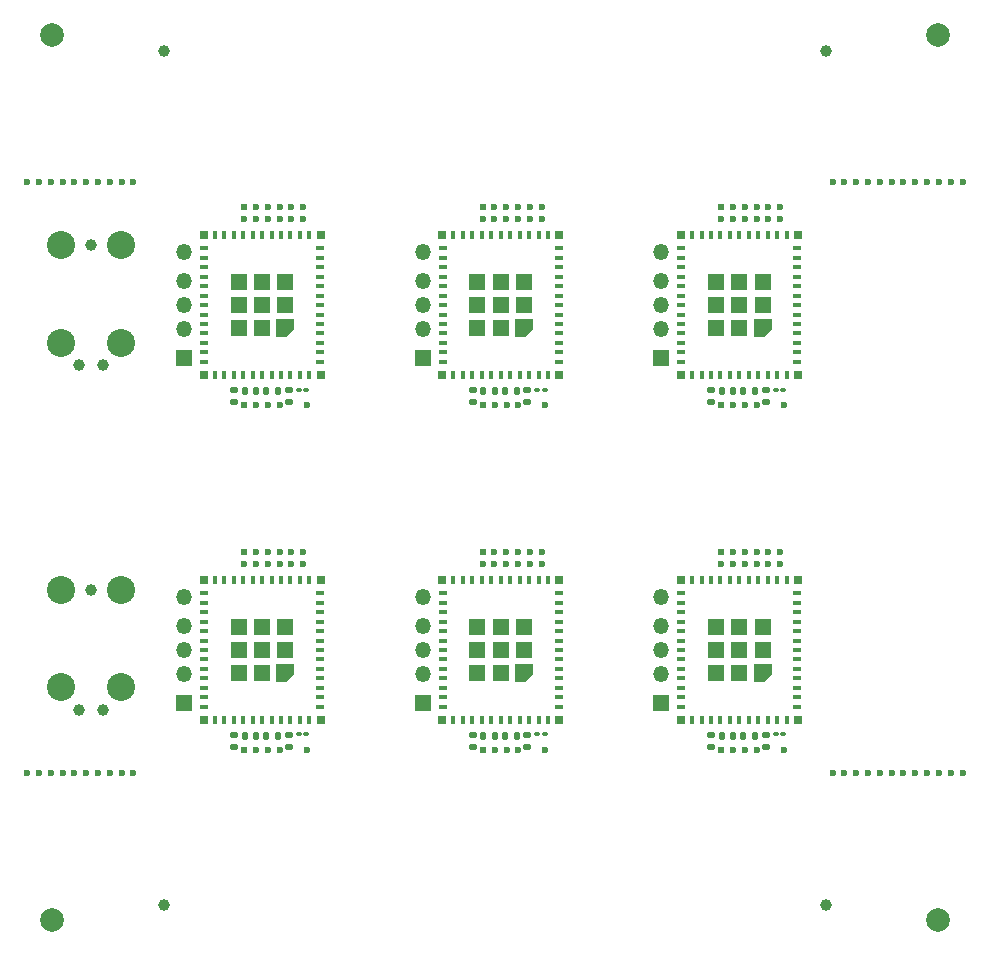
<source format=gbs>
G04 #@! TF.GenerationSoftware,KiCad,Pcbnew,9.0.0-9.0.0-2~ubuntu24.04.1*
G04 #@! TF.CreationDate,2025-03-16T16:10:10-04:00*
G04 #@! TF.ProjectId,panel9,70616e65-6c39-42e6-9b69-6361645f7063,rev?*
G04 #@! TF.SameCoordinates,Original*
G04 #@! TF.FileFunction,Soldermask,Bot*
G04 #@! TF.FilePolarity,Negative*
%FSLAX46Y46*%
G04 Gerber Fmt 4.6, Leading zero omitted, Abs format (unit mm)*
G04 Created by KiCad (PCBNEW 9.0.0-9.0.0-2~ubuntu24.04.1) date 2025-03-16 16:10:10*
%MOMM*%
%LPD*%
G01*
G04 APERTURE LIST*
G04 Aperture macros list*
%AMRoundRect*
0 Rectangle with rounded corners*
0 $1 Rounding radius*
0 $2 $3 $4 $5 $6 $7 $8 $9 X,Y pos of 4 corners*
0 Add a 4 corners polygon primitive as box body*
4,1,4,$2,$3,$4,$5,$6,$7,$8,$9,$2,$3,0*
0 Add four circle primitives for the rounded corners*
1,1,$1+$1,$2,$3*
1,1,$1+$1,$4,$5*
1,1,$1+$1,$6,$7*
1,1,$1+$1,$8,$9*
0 Add four rect primitives between the rounded corners*
20,1,$1+$1,$2,$3,$4,$5,0*
20,1,$1+$1,$4,$5,$6,$7,0*
20,1,$1+$1,$6,$7,$8,$9,0*
20,1,$1+$1,$8,$9,$2,$3,0*%
%AMFreePoly0*
4,1,6,0.725000,-0.725000,-0.125000,-0.725000,-0.725000,-0.125000,-0.725000,0.725000,0.725000,0.725000,0.725000,-0.725000,0.725000,-0.725000,$1*%
G04 Aperture macros list end*
%ADD10C,0.600000*%
%ADD11C,2.000000*%
%ADD12R,0.600000X0.600000*%
%ADD13O,0.600000X0.600000*%
%ADD14R,1.350000X1.350000*%
%ADD15O,1.350000X1.350000*%
%ADD16C,2.374900*%
%ADD17C,0.990600*%
%ADD18RoundRect,0.100000X-0.130000X-0.100000X0.130000X-0.100000X0.130000X0.100000X-0.130000X0.100000X0*%
%ADD19R,0.400000X0.800000*%
%ADD20R,0.800000X0.400000*%
%ADD21R,1.450000X1.450000*%
%ADD22FreePoly0,90.000000*%
%ADD23R,0.700000X0.700000*%
%ADD24RoundRect,0.135000X-0.185000X0.135000X-0.185000X-0.135000X0.185000X-0.135000X0.185000X0.135000X0*%
%ADD25RoundRect,0.135000X-0.135000X-0.185000X0.135000X-0.185000X0.135000X0.185000X-0.135000X0.185000X0*%
%ADD26C,1.000000*%
%ADD27RoundRect,0.140000X-0.170000X0.140000X-0.170000X-0.140000X0.170000X-0.140000X0.170000X0.140000X0*%
%ADD28RoundRect,0.140000X-0.140000X-0.170000X0.140000X-0.170000X0.140000X0.170000X-0.140000X0.170000X0*%
G04 APERTURE END LIST*
D10*
G04 #@! TO.C,*
X76600000Y-15000000D03*
G04 #@! TD*
D11*
G04 #@! TO.C,KiKit_TO_1*
X2500000Y-2500000D03*
G04 #@! TD*
D10*
G04 #@! TO.C,REF\u002A\u002A*
X79600000Y-15000000D03*
G04 #@! TD*
G04 #@! TO.C,*
X75600000Y-15000000D03*
G04 #@! TD*
G04 #@! TO.C,*
X72600000Y-15000000D03*
G04 #@! TD*
D11*
G04 #@! TO.C,KiKit_TO_3*
X2500000Y-77500000D03*
G04 #@! TD*
D12*
G04 #@! TO.C,J3*
X18790000Y-33900000D03*
D13*
X19790000Y-33900000D03*
X20790000Y-33900000D03*
X21790000Y-33900000D03*
G04 #@! TD*
D14*
G04 #@! TO.C,J1*
X54100000Y-29900000D03*
D15*
X54100000Y-27400000D03*
X54100000Y-25400000D03*
X54100000Y-23400000D03*
X54100000Y-20900000D03*
G04 #@! TD*
D12*
G04 #@! TO.C,J3*
X38990000Y-33900000D03*
D13*
X39990000Y-33900000D03*
X40990000Y-33900000D03*
X41990000Y-33900000D03*
G04 #@! TD*
D10*
G04 #@! TO.C,J4*
X24070000Y-33900000D03*
G04 #@! TD*
G04 #@! TO.C,*
X70600000Y-65000000D03*
G04 #@! TD*
G04 #@! TO.C,*
X8400000Y-15000000D03*
G04 #@! TD*
G04 #@! TO.C,*
X74600000Y-15000000D03*
G04 #@! TD*
D14*
G04 #@! TO.C,J1*
X54100000Y-59100000D03*
D15*
X54100000Y-56600000D03*
X54100000Y-54600000D03*
X54100000Y-52600000D03*
X54100000Y-50100000D03*
G04 #@! TD*
D10*
G04 #@! TO.C,*
X3400000Y-65000000D03*
G04 #@! TD*
G04 #@! TO.C,*
X3400000Y-15000000D03*
G04 #@! TD*
D14*
G04 #@! TO.C,J1*
X33900000Y-59100000D03*
D15*
X33900000Y-56600000D03*
X33900000Y-54600000D03*
X33900000Y-52600000D03*
X33900000Y-50100000D03*
G04 #@! TD*
D14*
G04 #@! TO.C,J1*
X13700000Y-29900000D03*
D15*
X13700000Y-27400000D03*
X13700000Y-25400000D03*
X13700000Y-23400000D03*
X13700000Y-20900000D03*
G04 #@! TD*
D14*
G04 #@! TO.C,J1*
X33900000Y-29900000D03*
D15*
X33900000Y-27400000D03*
X33900000Y-25400000D03*
X33900000Y-23400000D03*
X33900000Y-20900000D03*
G04 #@! TD*
D12*
G04 #@! TO.C,J3*
X38990000Y-63100000D03*
D13*
X39990000Y-63100000D03*
X40990000Y-63100000D03*
X41990000Y-63100000D03*
G04 #@! TD*
D10*
G04 #@! TO.C,J4*
X44270000Y-33900000D03*
G04 #@! TD*
G04 #@! TO.C,J4*
X44270000Y-63100000D03*
G04 #@! TD*
G04 #@! TO.C,*
X78600000Y-15000000D03*
G04 #@! TD*
G04 #@! TO.C,*
X69600000Y-65000000D03*
G04 #@! TD*
G04 #@! TO.C,*
X7400000Y-65000000D03*
G04 #@! TD*
D16*
G04 #@! TO.C,REF\u002A\u002A*
X8390000Y-20320000D03*
D17*
X5850000Y-20320000D03*
D16*
X3310000Y-20320000D03*
X8390000Y-28575000D03*
X3310000Y-28575000D03*
D17*
X6866000Y-30480000D03*
X4834000Y-30480000D03*
G04 #@! TD*
D10*
G04 #@! TO.C,*
X4400000Y-65000000D03*
G04 #@! TD*
G04 #@! TO.C,*
X77600000Y-65000000D03*
G04 #@! TD*
G04 #@! TO.C,*
X7400000Y-15000000D03*
G04 #@! TD*
D12*
G04 #@! TO.C,J3*
X59190000Y-63100000D03*
D13*
X60190000Y-63100000D03*
X61190000Y-63100000D03*
X62190000Y-63100000D03*
G04 #@! TD*
D10*
G04 #@! TO.C,*
X400000Y-15000000D03*
G04 #@! TD*
G04 #@! TO.C,*
X2400000Y-65000000D03*
G04 #@! TD*
G04 #@! TO.C,*
X2400000Y-15000000D03*
G04 #@! TD*
G04 #@! TO.C,*
X5400000Y-15000000D03*
G04 #@! TD*
G04 #@! TO.C,*
X5400000Y-65000000D03*
G04 #@! TD*
D16*
G04 #@! TO.C,REF\u002A\u002A*
X8390000Y-49520000D03*
D17*
X5850000Y-49520000D03*
D16*
X3310000Y-49520000D03*
X8390000Y-57775000D03*
X3310000Y-57775000D03*
D17*
X6866000Y-59680000D03*
X4834000Y-59680000D03*
G04 #@! TD*
D10*
G04 #@! TO.C,*
X6400000Y-65000000D03*
G04 #@! TD*
G04 #@! TO.C,*
X68600000Y-65000000D03*
G04 #@! TD*
G04 #@! TO.C,*
X68600000Y-15000000D03*
G04 #@! TD*
G04 #@! TO.C,J4*
X24070000Y-63100000D03*
G04 #@! TD*
G04 #@! TO.C,J4*
X64470000Y-63100000D03*
G04 #@! TD*
G04 #@! TO.C,*
X6400000Y-15000000D03*
G04 #@! TD*
D12*
G04 #@! TO.C,J3*
X18790000Y-63100000D03*
D13*
X19790000Y-63100000D03*
X20790000Y-63100000D03*
X21790000Y-63100000D03*
G04 #@! TD*
D10*
G04 #@! TO.C,*
X8400000Y-65000000D03*
G04 #@! TD*
G04 #@! TO.C,*
X69600000Y-15000000D03*
G04 #@! TD*
G04 #@! TO.C,*
X76600000Y-65000000D03*
G04 #@! TD*
G04 #@! TO.C,*
X9400000Y-15000000D03*
G04 #@! TD*
G04 #@! TO.C,*
X1400000Y-65000000D03*
G04 #@! TD*
G04 #@! TO.C,*
X78600000Y-65000000D03*
G04 #@! TD*
G04 #@! TO.C,*
X73600000Y-15000000D03*
G04 #@! TD*
G04 #@! TO.C,*
X400000Y-65000000D03*
G04 #@! TD*
G04 #@! TO.C,*
X71600000Y-15000000D03*
G04 #@! TD*
G04 #@! TO.C,*
X70600000Y-15000000D03*
G04 #@! TD*
G04 #@! TO.C,J4*
X64470000Y-33900000D03*
G04 #@! TD*
D11*
G04 #@! TO.C,KiKit_TO_4*
X77500000Y-77500000D03*
G04 #@! TD*
D12*
G04 #@! TO.C,J3*
X59190000Y-33900000D03*
D13*
X60190000Y-33900000D03*
X61190000Y-33900000D03*
X62190000Y-33900000D03*
G04 #@! TD*
D10*
G04 #@! TO.C,*
X4400000Y-15000000D03*
G04 #@! TD*
G04 #@! TO.C,*
X74600000Y-65000000D03*
G04 #@! TD*
G04 #@! TO.C,*
X9400000Y-65000000D03*
G04 #@! TD*
D11*
G04 #@! TO.C,KiKit_TO_2*
X77500000Y-2500000D03*
G04 #@! TD*
D10*
G04 #@! TO.C,*
X1400000Y-15000000D03*
G04 #@! TD*
D14*
G04 #@! TO.C,J1*
X13700000Y-59100000D03*
D15*
X13700000Y-56600000D03*
X13700000Y-54600000D03*
X13700000Y-52600000D03*
X13700000Y-50100000D03*
G04 #@! TD*
D10*
G04 #@! TO.C,*
X77600000Y-15000000D03*
G04 #@! TD*
G04 #@! TO.C,*
X75600000Y-65000000D03*
G04 #@! TD*
G04 #@! TO.C,*
X71600000Y-65000000D03*
G04 #@! TD*
G04 #@! TO.C,*
X73600000Y-65000000D03*
G04 #@! TD*
G04 #@! TO.C,REF\u002A\u002A*
X79600000Y-65000000D03*
G04 #@! TD*
G04 #@! TO.C,*
X72600000Y-65000000D03*
G04 #@! TD*
D18*
G04 #@! TO.C,C13*
X43580000Y-32550000D03*
X44220000Y-32550000D03*
G04 #@! TD*
D19*
G04 #@! TO.C,U3*
X24300000Y-31300000D03*
X23500000Y-31300000D03*
X22700000Y-31300000D03*
X21900000Y-31300000D03*
X21100000Y-31300000D03*
X20300000Y-31300000D03*
X19500000Y-31300000D03*
X18700000Y-31300000D03*
X17900000Y-31300000D03*
X17100000Y-31300000D03*
X16300000Y-31300000D03*
D20*
X15400000Y-30200000D03*
X15400000Y-29400000D03*
X15400000Y-28600000D03*
X15400000Y-27800000D03*
X15400000Y-27000000D03*
X15400000Y-26200000D03*
X15400000Y-25400000D03*
X15400000Y-24600000D03*
X15400000Y-23800000D03*
X15400000Y-23000000D03*
X15400000Y-22200000D03*
X15400000Y-21400000D03*
X15400000Y-20600000D03*
D19*
X16300000Y-19500000D03*
X17100000Y-19500000D03*
X17900000Y-19500000D03*
X18700000Y-19500000D03*
X19500000Y-19500000D03*
X20300000Y-19500000D03*
X21100000Y-19500000D03*
X21900000Y-19500000D03*
X22700000Y-19500000D03*
X23500000Y-19500000D03*
X24300000Y-19500000D03*
D20*
X25200000Y-20600000D03*
X25200000Y-21400000D03*
X25200000Y-22200000D03*
X25200000Y-23000000D03*
X25200000Y-23800000D03*
X25200000Y-24600000D03*
X25200000Y-25400000D03*
X25200000Y-26200000D03*
X25200000Y-27000000D03*
X25200000Y-27800000D03*
X25200000Y-28600000D03*
X25200000Y-29400000D03*
X25200000Y-30200000D03*
D21*
X18325000Y-27375000D03*
X20300000Y-27375000D03*
D22*
X22275000Y-27375000D03*
D21*
X18325000Y-25400000D03*
X20300000Y-25400000D03*
X22275000Y-25400000D03*
X18325000Y-23425000D03*
X20300000Y-23425000D03*
X22275000Y-23425000D03*
D23*
X25250000Y-19450000D03*
X15350000Y-19450000D03*
X15350000Y-31350000D03*
X25250000Y-31350000D03*
G04 #@! TD*
D19*
G04 #@! TO.C,U3*
X64700000Y-31300000D03*
X63900000Y-31300000D03*
X63100000Y-31300000D03*
X62300000Y-31300000D03*
X61500000Y-31300000D03*
X60700000Y-31300000D03*
X59900000Y-31300000D03*
X59100000Y-31300000D03*
X58300000Y-31300000D03*
X57500000Y-31300000D03*
X56700000Y-31300000D03*
D20*
X55800000Y-30200000D03*
X55800000Y-29400000D03*
X55800000Y-28600000D03*
X55800000Y-27800000D03*
X55800000Y-27000000D03*
X55800000Y-26200000D03*
X55800000Y-25400000D03*
X55800000Y-24600000D03*
X55800000Y-23800000D03*
X55800000Y-23000000D03*
X55800000Y-22200000D03*
X55800000Y-21400000D03*
X55800000Y-20600000D03*
D19*
X56700000Y-19500000D03*
X57500000Y-19500000D03*
X58300000Y-19500000D03*
X59100000Y-19500000D03*
X59900000Y-19500000D03*
X60700000Y-19500000D03*
X61500000Y-19500000D03*
X62300000Y-19500000D03*
X63100000Y-19500000D03*
X63900000Y-19500000D03*
X64700000Y-19500000D03*
D20*
X65600000Y-20600000D03*
X65600000Y-21400000D03*
X65600000Y-22200000D03*
X65600000Y-23000000D03*
X65600000Y-23800000D03*
X65600000Y-24600000D03*
X65600000Y-25400000D03*
X65600000Y-26200000D03*
X65600000Y-27000000D03*
X65600000Y-27800000D03*
X65600000Y-28600000D03*
X65600000Y-29400000D03*
X65600000Y-30200000D03*
D21*
X58725000Y-27375000D03*
X60700000Y-27375000D03*
D22*
X62675000Y-27375000D03*
D21*
X58725000Y-25400000D03*
X60700000Y-25400000D03*
X62675000Y-25400000D03*
X58725000Y-23425000D03*
X60700000Y-23425000D03*
X62675000Y-23425000D03*
D23*
X65650000Y-19450000D03*
X55750000Y-19450000D03*
X55750000Y-31350000D03*
X65650000Y-31350000D03*
G04 #@! TD*
D18*
G04 #@! TO.C,C13*
X23380000Y-32550000D03*
X24020000Y-32550000D03*
G04 #@! TD*
D24*
G04 #@! TO.C,R6*
X38130000Y-61820000D03*
X38130000Y-62840000D03*
G04 #@! TD*
D25*
G04 #@! TO.C,R10*
X61040000Y-32670000D03*
X62060000Y-32670000D03*
G04 #@! TD*
G04 #@! TO.C,R10*
X20640000Y-61870000D03*
X21660000Y-61870000D03*
G04 #@! TD*
D24*
G04 #@! TO.C,R6*
X17930000Y-32620000D03*
X17930000Y-33640000D03*
G04 #@! TD*
D26*
G04 #@! TO.C,KiKit_FID_B_4*
X68000000Y-76150000D03*
G04 #@! TD*
D24*
G04 #@! TO.C,R6*
X17930000Y-61820000D03*
X17930000Y-62840000D03*
G04 #@! TD*
D26*
G04 #@! TO.C,KiKit_FID_B_3*
X12000000Y-76150000D03*
G04 #@! TD*
D27*
G04 #@! TO.C,C14*
X22540000Y-32630000D03*
X22540000Y-33590000D03*
G04 #@! TD*
D12*
G04 #@! TO.C,J2*
X18770000Y-17130000D03*
D13*
X18770000Y-18130000D03*
X19770000Y-17130000D03*
X19770000Y-18130000D03*
X20770000Y-17130000D03*
X20770000Y-18130000D03*
X21770000Y-17130000D03*
X21770000Y-18130000D03*
X22770000Y-17130000D03*
X22770000Y-18130000D03*
X23770000Y-17130000D03*
X23770000Y-18130000D03*
G04 #@! TD*
D19*
G04 #@! TO.C,U3*
X44500000Y-60500000D03*
X43700000Y-60500000D03*
X42900000Y-60500000D03*
X42100000Y-60500000D03*
X41300000Y-60500000D03*
X40500000Y-60500000D03*
X39700000Y-60500000D03*
X38900000Y-60500000D03*
X38100000Y-60500000D03*
X37300000Y-60500000D03*
X36500000Y-60500000D03*
D20*
X35600000Y-59400000D03*
X35600000Y-58600000D03*
X35600000Y-57800000D03*
X35600000Y-57000000D03*
X35600000Y-56200000D03*
X35600000Y-55400000D03*
X35600000Y-54600000D03*
X35600000Y-53800000D03*
X35600000Y-53000000D03*
X35600000Y-52200000D03*
X35600000Y-51400000D03*
X35600000Y-50600000D03*
X35600000Y-49800000D03*
D19*
X36500000Y-48700000D03*
X37300000Y-48700000D03*
X38100000Y-48700000D03*
X38900000Y-48700000D03*
X39700000Y-48700000D03*
X40500000Y-48700000D03*
X41300000Y-48700000D03*
X42100000Y-48700000D03*
X42900000Y-48700000D03*
X43700000Y-48700000D03*
X44500000Y-48700000D03*
D20*
X45400000Y-49800000D03*
X45400000Y-50600000D03*
X45400000Y-51400000D03*
X45400000Y-52200000D03*
X45400000Y-53000000D03*
X45400000Y-53800000D03*
X45400000Y-54600000D03*
X45400000Y-55400000D03*
X45400000Y-56200000D03*
X45400000Y-57000000D03*
X45400000Y-57800000D03*
X45400000Y-58600000D03*
X45400000Y-59400000D03*
D21*
X38525000Y-56575000D03*
X40500000Y-56575000D03*
D22*
X42475000Y-56575000D03*
D21*
X38525000Y-54600000D03*
X40500000Y-54600000D03*
X42475000Y-54600000D03*
X38525000Y-52625000D03*
X40500000Y-52625000D03*
X42475000Y-52625000D03*
D23*
X45450000Y-48650000D03*
X35550000Y-48650000D03*
X35550000Y-60550000D03*
X45450000Y-60550000D03*
G04 #@! TD*
D18*
G04 #@! TO.C,C13*
X63780000Y-61750000D03*
X64420000Y-61750000D03*
G04 #@! TD*
D19*
G04 #@! TO.C,U3*
X64700000Y-60500000D03*
X63900000Y-60500000D03*
X63100000Y-60500000D03*
X62300000Y-60500000D03*
X61500000Y-60500000D03*
X60700000Y-60500000D03*
X59900000Y-60500000D03*
X59100000Y-60500000D03*
X58300000Y-60500000D03*
X57500000Y-60500000D03*
X56700000Y-60500000D03*
D20*
X55800000Y-59400000D03*
X55800000Y-58600000D03*
X55800000Y-57800000D03*
X55800000Y-57000000D03*
X55800000Y-56200000D03*
X55800000Y-55400000D03*
X55800000Y-54600000D03*
X55800000Y-53800000D03*
X55800000Y-53000000D03*
X55800000Y-52200000D03*
X55800000Y-51400000D03*
X55800000Y-50600000D03*
X55800000Y-49800000D03*
D19*
X56700000Y-48700000D03*
X57500000Y-48700000D03*
X58300000Y-48700000D03*
X59100000Y-48700000D03*
X59900000Y-48700000D03*
X60700000Y-48700000D03*
X61500000Y-48700000D03*
X62300000Y-48700000D03*
X63100000Y-48700000D03*
X63900000Y-48700000D03*
X64700000Y-48700000D03*
D20*
X65600000Y-49800000D03*
X65600000Y-50600000D03*
X65600000Y-51400000D03*
X65600000Y-52200000D03*
X65600000Y-53000000D03*
X65600000Y-53800000D03*
X65600000Y-54600000D03*
X65600000Y-55400000D03*
X65600000Y-56200000D03*
X65600000Y-57000000D03*
X65600000Y-57800000D03*
X65600000Y-58600000D03*
X65600000Y-59400000D03*
D21*
X58725000Y-56575000D03*
X60700000Y-56575000D03*
D22*
X62675000Y-56575000D03*
D21*
X58725000Y-54600000D03*
X60700000Y-54600000D03*
X62675000Y-54600000D03*
X58725000Y-52625000D03*
X60700000Y-52625000D03*
X62675000Y-52625000D03*
D23*
X65650000Y-48650000D03*
X55750000Y-48650000D03*
X55750000Y-60550000D03*
X65650000Y-60550000D03*
G04 #@! TD*
D24*
G04 #@! TO.C,R6*
X38130000Y-32620000D03*
X38130000Y-33640000D03*
G04 #@! TD*
D27*
G04 #@! TO.C,C14*
X22540000Y-61830000D03*
X22540000Y-62790000D03*
G04 #@! TD*
D24*
G04 #@! TO.C,R6*
X58330000Y-32620000D03*
X58330000Y-33640000D03*
G04 #@! TD*
D12*
G04 #@! TO.C,J2*
X38970000Y-17130000D03*
D13*
X38970000Y-18130000D03*
X39970000Y-17130000D03*
X39970000Y-18130000D03*
X40970000Y-17130000D03*
X40970000Y-18130000D03*
X41970000Y-17130000D03*
X41970000Y-18130000D03*
X42970000Y-17130000D03*
X42970000Y-18130000D03*
X43970000Y-17130000D03*
X43970000Y-18130000D03*
G04 #@! TD*
D18*
G04 #@! TO.C,C13*
X63780000Y-32550000D03*
X64420000Y-32550000D03*
G04 #@! TD*
D28*
G04 #@! TO.C,C5*
X39030000Y-32680000D03*
X39990000Y-32680000D03*
G04 #@! TD*
D12*
G04 #@! TO.C,J2*
X38970000Y-46330000D03*
D13*
X38970000Y-47330000D03*
X39970000Y-46330000D03*
X39970000Y-47330000D03*
X40970000Y-46330000D03*
X40970000Y-47330000D03*
X41970000Y-46330000D03*
X41970000Y-47330000D03*
X42970000Y-46330000D03*
X42970000Y-47330000D03*
X43970000Y-46330000D03*
X43970000Y-47330000D03*
G04 #@! TD*
D25*
G04 #@! TO.C,R10*
X40840000Y-61870000D03*
X41860000Y-61870000D03*
G04 #@! TD*
D27*
G04 #@! TO.C,C14*
X42740000Y-61830000D03*
X42740000Y-62790000D03*
G04 #@! TD*
D18*
G04 #@! TO.C,C13*
X43580000Y-61750000D03*
X44220000Y-61750000D03*
G04 #@! TD*
D12*
G04 #@! TO.C,J2*
X18770000Y-46330000D03*
D13*
X18770000Y-47330000D03*
X19770000Y-46330000D03*
X19770000Y-47330000D03*
X20770000Y-46330000D03*
X20770000Y-47330000D03*
X21770000Y-46330000D03*
X21770000Y-47330000D03*
X22770000Y-46330000D03*
X22770000Y-47330000D03*
X23770000Y-46330000D03*
X23770000Y-47330000D03*
G04 #@! TD*
D25*
G04 #@! TO.C,R10*
X40840000Y-32670000D03*
X41860000Y-32670000D03*
G04 #@! TD*
D24*
G04 #@! TO.C,R6*
X58330000Y-61820000D03*
X58330000Y-62840000D03*
G04 #@! TD*
D27*
G04 #@! TO.C,C14*
X62940000Y-61830000D03*
X62940000Y-62790000D03*
G04 #@! TD*
D12*
G04 #@! TO.C,J2*
X59170000Y-17130000D03*
D13*
X59170000Y-18130000D03*
X60170000Y-17130000D03*
X60170000Y-18130000D03*
X61170000Y-17130000D03*
X61170000Y-18130000D03*
X62170000Y-17130000D03*
X62170000Y-18130000D03*
X63170000Y-17130000D03*
X63170000Y-18130000D03*
X64170000Y-17130000D03*
X64170000Y-18130000D03*
G04 #@! TD*
D19*
G04 #@! TO.C,U3*
X24300000Y-60500000D03*
X23500000Y-60500000D03*
X22700000Y-60500000D03*
X21900000Y-60500000D03*
X21100000Y-60500000D03*
X20300000Y-60500000D03*
X19500000Y-60500000D03*
X18700000Y-60500000D03*
X17900000Y-60500000D03*
X17100000Y-60500000D03*
X16300000Y-60500000D03*
D20*
X15400000Y-59400000D03*
X15400000Y-58600000D03*
X15400000Y-57800000D03*
X15400000Y-57000000D03*
X15400000Y-56200000D03*
X15400000Y-55400000D03*
X15400000Y-54600000D03*
X15400000Y-53800000D03*
X15400000Y-53000000D03*
X15400000Y-52200000D03*
X15400000Y-51400000D03*
X15400000Y-50600000D03*
X15400000Y-49800000D03*
D19*
X16300000Y-48700000D03*
X17100000Y-48700000D03*
X17900000Y-48700000D03*
X18700000Y-48700000D03*
X19500000Y-48700000D03*
X20300000Y-48700000D03*
X21100000Y-48700000D03*
X21900000Y-48700000D03*
X22700000Y-48700000D03*
X23500000Y-48700000D03*
X24300000Y-48700000D03*
D20*
X25200000Y-49800000D03*
X25200000Y-50600000D03*
X25200000Y-51400000D03*
X25200000Y-52200000D03*
X25200000Y-53000000D03*
X25200000Y-53800000D03*
X25200000Y-54600000D03*
X25200000Y-55400000D03*
X25200000Y-56200000D03*
X25200000Y-57000000D03*
X25200000Y-57800000D03*
X25200000Y-58600000D03*
X25200000Y-59400000D03*
D21*
X18325000Y-56575000D03*
X20300000Y-56575000D03*
D22*
X22275000Y-56575000D03*
D21*
X18325000Y-54600000D03*
X20300000Y-54600000D03*
X22275000Y-54600000D03*
X18325000Y-52625000D03*
X20300000Y-52625000D03*
X22275000Y-52625000D03*
D23*
X25250000Y-48650000D03*
X15350000Y-48650000D03*
X15350000Y-60550000D03*
X25250000Y-60550000D03*
G04 #@! TD*
D25*
G04 #@! TO.C,R10*
X61040000Y-61870000D03*
X62060000Y-61870000D03*
G04 #@! TD*
D27*
G04 #@! TO.C,C14*
X42740000Y-32630000D03*
X42740000Y-33590000D03*
G04 #@! TD*
D28*
G04 #@! TO.C,C5*
X39030000Y-61880000D03*
X39990000Y-61880000D03*
G04 #@! TD*
D18*
G04 #@! TO.C,C13*
X23380000Y-61750000D03*
X24020000Y-61750000D03*
G04 #@! TD*
D28*
G04 #@! TO.C,C5*
X59230000Y-61880000D03*
X60190000Y-61880000D03*
G04 #@! TD*
D27*
G04 #@! TO.C,C14*
X62940000Y-32630000D03*
X62940000Y-33590000D03*
G04 #@! TD*
D19*
G04 #@! TO.C,U3*
X44500000Y-31300000D03*
X43700000Y-31300000D03*
X42900000Y-31300000D03*
X42100000Y-31300000D03*
X41300000Y-31300000D03*
X40500000Y-31300000D03*
X39700000Y-31300000D03*
X38900000Y-31300000D03*
X38100000Y-31300000D03*
X37300000Y-31300000D03*
X36500000Y-31300000D03*
D20*
X35600000Y-30200000D03*
X35600000Y-29400000D03*
X35600000Y-28600000D03*
X35600000Y-27800000D03*
X35600000Y-27000000D03*
X35600000Y-26200000D03*
X35600000Y-25400000D03*
X35600000Y-24600000D03*
X35600000Y-23800000D03*
X35600000Y-23000000D03*
X35600000Y-22200000D03*
X35600000Y-21400000D03*
X35600000Y-20600000D03*
D19*
X36500000Y-19500000D03*
X37300000Y-19500000D03*
X38100000Y-19500000D03*
X38900000Y-19500000D03*
X39700000Y-19500000D03*
X40500000Y-19500000D03*
X41300000Y-19500000D03*
X42100000Y-19500000D03*
X42900000Y-19500000D03*
X43700000Y-19500000D03*
X44500000Y-19500000D03*
D20*
X45400000Y-20600000D03*
X45400000Y-21400000D03*
X45400000Y-22200000D03*
X45400000Y-23000000D03*
X45400000Y-23800000D03*
X45400000Y-24600000D03*
X45400000Y-25400000D03*
X45400000Y-26200000D03*
X45400000Y-27000000D03*
X45400000Y-27800000D03*
X45400000Y-28600000D03*
X45400000Y-29400000D03*
X45400000Y-30200000D03*
D21*
X38525000Y-27375000D03*
X40500000Y-27375000D03*
D22*
X42475000Y-27375000D03*
D21*
X38525000Y-25400000D03*
X40500000Y-25400000D03*
X42475000Y-25400000D03*
X38525000Y-23425000D03*
X40500000Y-23425000D03*
X42475000Y-23425000D03*
D23*
X45450000Y-19450000D03*
X35550000Y-19450000D03*
X35550000Y-31350000D03*
X45450000Y-31350000D03*
G04 #@! TD*
D12*
G04 #@! TO.C,J2*
X59170000Y-46330000D03*
D13*
X59170000Y-47330000D03*
X60170000Y-46330000D03*
X60170000Y-47330000D03*
X61170000Y-46330000D03*
X61170000Y-47330000D03*
X62170000Y-46330000D03*
X62170000Y-47330000D03*
X63170000Y-46330000D03*
X63170000Y-47330000D03*
X64170000Y-46330000D03*
X64170000Y-47330000D03*
G04 #@! TD*
D28*
G04 #@! TO.C,C5*
X18830000Y-32680000D03*
X19790000Y-32680000D03*
G04 #@! TD*
G04 #@! TO.C,C5*
X59230000Y-32680000D03*
X60190000Y-32680000D03*
G04 #@! TD*
D26*
G04 #@! TO.C,KiKit_FID_B_2*
X68000000Y-3850000D03*
G04 #@! TD*
D28*
G04 #@! TO.C,C5*
X18830000Y-61880000D03*
X19790000Y-61880000D03*
G04 #@! TD*
D25*
G04 #@! TO.C,R10*
X20640000Y-32670000D03*
X21660000Y-32670000D03*
G04 #@! TD*
D26*
G04 #@! TO.C,KiKit_FID_B_1*
X12000000Y-3850000D03*
G04 #@! TD*
M02*

</source>
